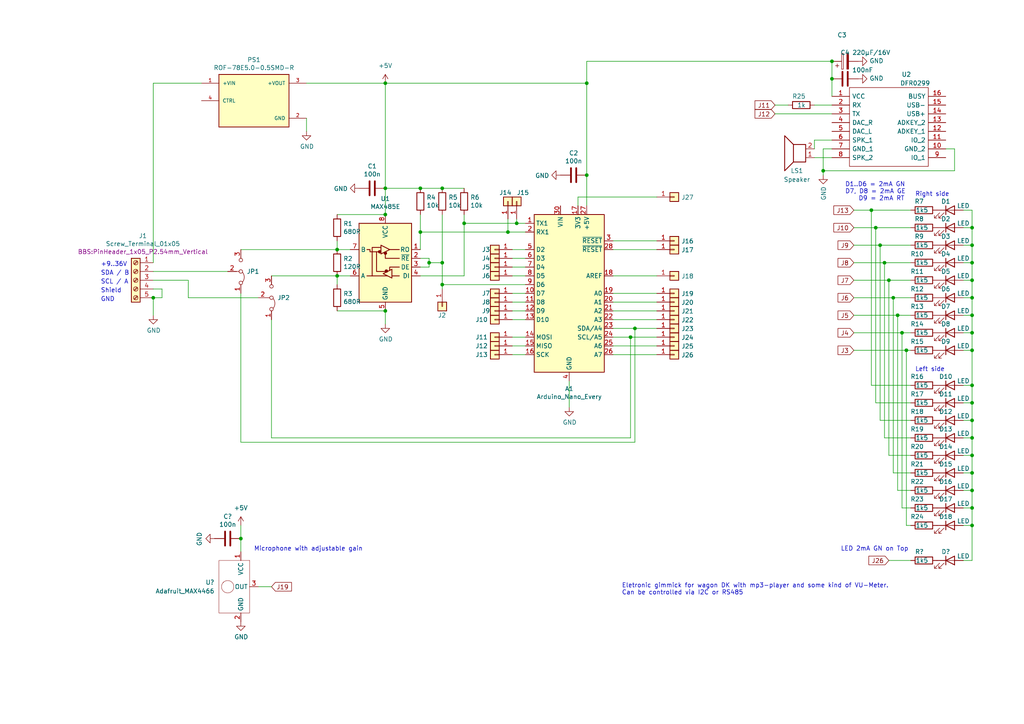
<source format=kicad_sch>
(kicad_sch (version 20211123) (generator eeschema)
  (paper "A4")
  (lib_symbols
    (symbol "BBS_TGHS:Adafruit_MAX4466"
      (property "Reference" "U" (at -7.62 5.08 0))
      (property "Value" "Adafruit_MAX4466" (at -10.16 -3.81 90))
      (symbol "Adafruit_MAX4466_0_1"
        (circle (center -7.62 -2.54) (radius 0.0001) (stroke (width 0.1016)))
        (circle (center -6.35 -3.81) (radius 1.7961) (stroke (width 0.1016)))
        (rectangle (start 0 3.81) (end -8.89 -11.43) (stroke (width 0.1016)))
        (rectangle (start 0 3.81) (end 0 3.81) (stroke (width 0.1016)))
        (rectangle (start 0 3.81) (end 0 3.81) (stroke (width 0.1016)))
      )
      (symbol "Adafruit_MAX4466_1_1"
        (pin power_in line (at -2.54 6.35 270) (length 2.54) (name "VCC") (number "1"))
        (pin power_in line (at -2.54 -13.97 90) (length 2.54) (name "GND") (number "2"))
        (pin output line (at 2.54 -3.81 180) (length 2.54) (name "OUT") (number "3"))
      )
    )
    (symbol "Connector:Screw_Terminal_01x05" (pin_names (offset 1.016) hide)
      (property "Reference" "J" (at 0 7.62 0))
      (property "Value" "Screw_Terminal_01x05" (at 0 -7.62 0))
      (symbol "Screw_Terminal_01x05_1_1"
        (rectangle (start -1.27 6.35) (end 1.27 -6.35) (stroke (width 0.254)) (fill (type background)))
        (circle (center 0 -5.08) (radius 0.635) (stroke (width 0.1524)))
        (circle (center 0 -2.54) (radius 0.635) (stroke (width 0.1524)))
        (polyline (pts (xy -0.5334 -4.7498) (xy 0.3302 -5.588)) (stroke (width 0.1524)))
        (polyline (pts (xy -0.5334 -2.2098) (xy 0.3302 -3.048)) (stroke (width 0.1524)))
        (polyline (pts (xy -0.5334 0.3302) (xy 0.3302 -0.508)) (stroke (width 0.1524)))
        (polyline (pts (xy -0.5334 2.8702) (xy 0.3302 2.032)) (stroke (width 0.1524)))
        (polyline (pts (xy -0.5334 5.4102) (xy 0.3302 4.572)) (stroke (width 0.1524)))
        (polyline (pts (xy -0.3556 -4.572) (xy 0.508 -5.4102)) (stroke (width 0.1524)))
        (polyline (pts (xy -0.3556 -2.032) (xy 0.508 -2.8702)) (stroke (width 0.1524)))
        (polyline (pts (xy -0.3556 0.508) (xy 0.508 -0.3302)) (stroke (width 0.1524)))
        (polyline (pts (xy -0.3556 3.048) (xy 0.508 2.2098)) (stroke (width 0.1524)))
        (polyline (pts (xy -0.3556 5.588) (xy 0.508 4.7498)) (stroke (width 0.1524)))
        (circle (center 0 0) (radius 0.635) (stroke (width 0.1524)))
        (circle (center 0 2.54) (radius 0.635) (stroke (width 0.1524)))
        (circle (center 0 5.08) (radius 0.635) (stroke (width 0.1524)))
        (pin passive line (at -5.08 5.08 0) (length 3.81) (name "Pin_1") (number "1"))
        (pin passive line (at -5.08 2.54 0) (length 3.81) (name "Pin_2") (number "2"))
        (pin passive line (at -5.08 0 0) (length 3.81) (name "Pin_3") (number "3"))
        (pin passive line (at -5.08 -2.54 0) (length 3.81) (name "Pin_4") (number "4"))
        (pin passive line (at -5.08 -5.08 0) (length 3.81) (name "Pin_5") (number "5"))
      )
    )
    (symbol "Connector_Generic:Conn_01x01" (pin_names (offset 1.016) hide)
      (property "Reference" "J" (at 0 2.54 0))
      (property "Value" "Conn_01x01" (at 0 -2.54 0))
      (symbol "Conn_01x01_1_1"
        (rectangle (start -1.27 0.127) (end 0 -0.127) (stroke (width 0.1524)))
        (rectangle (start -1.27 1.27) (end 1.27 -1.27) (stroke (width 0.254)) (fill (type background)))
        (pin passive line (at -5.08 0 0) (length 3.81) (name "Pin_1") (number "1"))
      )
    )
    (symbol "DFRobot:DFR0299" (pin_names (offset 0.762))
      (property "Reference" "U" (at 29.21 7.62 0))
      (property "Value" "DFR0299" (at 29.21 5.08 0))
      (symbol "DFR0299_0_0"
        (pin power_in line (at 0 0 0) (length 5.08) (name "VCC") (number "1"))
        (pin power_in line (at 33.02 -15.24 180) (length 5.08) (name "GND_2") (number "10"))
        (pin input line (at 33.02 -12.7 180) (length 5.08) (name "IO_2") (number "11"))
        (pin input line (at 33.02 -10.16 180) (length 5.08) (name "ADKEY_1") (number "12"))
        (pin input line (at 33.02 -7.62 180) (length 5.08) (name "ADKEY_2") (number "13"))
        (pin bidirectional line (at 33.02 -5.08 180) (length 5.08) (name "USB+") (number "14"))
        (pin bidirectional line (at 33.02 -2.54 180) (length 5.08) (name "USB-") (number "15"))
        (pin output line (at 33.02 0 180) (length 5.08) (name "BUSY") (number "16"))
        (pin input line (at 0 -2.54 0) (length 5.08) (name "RX") (number "2"))
        (pin output line (at 0 -5.08 0) (length 5.08) (name "TX") (number "3"))
        (pin output line (at 0 -7.62 0) (length 5.08) (name "DAC_R") (number "4"))
        (pin output line (at 0 -10.16 0) (length 5.08) (name "DAC_L") (number "5"))
        (pin output line (at 0 -12.7 0) (length 5.08) (name "SPK_1") (number "6"))
        (pin power_in line (at 0 -15.24 0) (length 5.08) (name "GND_1") (number "7"))
        (pin output line (at 0 -17.78 0) (length 5.08) (name "SPK_2") (number "8"))
        (pin input line (at 33.02 -17.78 180) (length 5.08) (name "IO_1") (number "9"))
      )
      (symbol "DFR0299_0_1"
        (polyline (pts (xy 5.08 2.54) (xy 27.94 2.54) (xy 27.94 -20.32) (xy 5.08 -20.32) (xy 5.08 2.54)) (stroke (width 0.1524)))
      )
    )
    (symbol "Device:C" (pin_numbers hide) (pin_names (offset 0.254))
      (property "Reference" "C" (at 0.635 2.54 0))
      (property "Value" "C" (at 0.635 -2.54 0))
      (symbol "C_0_1"
        (polyline (pts (xy -2.032 -0.762) (xy 2.032 -0.762)) (stroke (width 0.508)))
        (polyline (pts (xy -2.032 0.762) (xy 2.032 0.762)) (stroke (width 0.508)))
      )
      (symbol "C_1_1"
        (pin passive line (at 0 3.81 270) (length 2.794) (name "~") (number "1"))
        (pin passive line (at 0 -3.81 90) (length 2.794) (name "~") (number "2"))
      )
    )
    (symbol "Device:C_Polarized" (pin_numbers hide) (pin_names (offset 0.254))
      (property "Reference" "C" (at 0.635 2.54 0))
      (property "Value" "C_Polarized" (at 0.635 -2.54 0))
      (symbol "C_Polarized_0_1"
        (rectangle (start -2.286 0.508) (end 2.286 1.016))
        (polyline (pts (xy -1.778 2.286) (xy -0.762 2.286)))
        (polyline (pts (xy -1.27 2.794) (xy -1.27 1.778)))
        (rectangle (start 2.286 -0.508) (end -2.286 -1.016) (fill (type outline)))
      )
      (symbol "C_Polarized_1_1"
        (pin passive line (at 0 3.81 270) (length 2.794) (name "~") (number "1"))
        (pin passive line (at 0 -3.81 90) (length 2.794) (name "~") (number "2"))
      )
    )
    (symbol "Device:LED" (pin_numbers hide) (pin_names (offset 1.016) hide)
      (property "Reference" "D" (at 0 2.54 0))
      (property "Value" "LED" (at 0 -2.54 0))
      (symbol "LED_0_1"
        (polyline (pts (xy -1.27 -1.27) (xy -1.27 1.27)) (stroke (width 0.254)))
        (polyline (pts (xy -1.27 0) (xy 1.27 0)))
        (polyline (pts (xy 1.27 -1.27) (xy 1.27 1.27) (xy -1.27 0) (xy 1.27 -1.27)) (stroke (width 0.254)))
        (polyline (pts (xy -3.048 -0.762) (xy -4.572 -2.286) (xy -3.81 -2.286) (xy -4.572 -2.286) (xy -4.572 -1.524)))
        (polyline (pts (xy -1.778 -0.762) (xy -3.302 -2.286) (xy -2.54 -2.286) (xy -3.302 -2.286) (xy -3.302 -1.524)))
      )
      (symbol "LED_1_1"
        (pin passive line (at -3.81 0 0) (length 2.54) (name "K") (number "1"))
        (pin passive line (at 3.81 0 180) (length 2.54) (name "A") (number "2"))
      )
    )
    (symbol "Device:R" (pin_numbers hide) (pin_names (offset 0))
      (property "Reference" "R" (at 2.032 0 90))
      (property "Value" "R" (at 0 0 90))
      (symbol "R_0_1"
        (rectangle (start -1.016 -2.54) (end 1.016 2.54) (stroke (width 0.254)))
      )
      (symbol "R_1_1"
        (pin passive line (at 0 3.81 270) (length 1.27) (name "~") (number "1"))
        (pin passive line (at 0 -3.81 90) (length 1.27) (name "~") (number "2"))
      )
    )
    (symbol "Device:Speaker" (pin_names (offset 0) hide)
      (property "Reference" "LS" (at 1.27 5.715 0))
      (property "Value" "Speaker" (at 1.27 3.81 0))
      (symbol "Speaker_0_0"
        (rectangle (start -2.54 1.27) (end 1.016 -3.81) (stroke (width 0.254)))
        (polyline (pts (xy 1.016 1.27) (xy 3.556 3.81) (xy 3.556 -6.35) (xy 1.016 -3.81)) (stroke (width 0.254)))
      )
      (symbol "Speaker_1_1"
        (pin input line (at -5.08 0 0) (length 2.54) (name "1") (number "1"))
        (pin input line (at -5.08 -2.54 0) (length 2.54) (name "2") (number "2"))
      )
    )
    (symbol "Interface_UART:MAX485E"
      (property "Reference" "U" (at -6.096 11.43 0))
      (property "Value" "MAX485E" (at 0.762 11.43 0))
      (symbol "MAX485E_0_1"
        (rectangle (start -7.62 10.16) (end 7.62 -12.7) (stroke (width 0.254)) (fill (type background)))
        (circle (center -0.3048 -3.683) (radius 0.3556) (stroke (width 0.254)) (fill (type outline)))
        (circle (center -0.0254 1.4986) (radius 0.3556) (stroke (width 0.254)) (fill (type outline)))
        (polyline (pts (xy -4.064 -5.08) (xy -1.905 -5.08)) (stroke (width 0.254)))
        (polyline (pts (xy -4.064 2.54) (xy -1.27 2.54)) (stroke (width 0.254)))
        (polyline (pts (xy -1.27 -3.2004) (xy -1.27 -3.4544)) (stroke (width 0.254)))
        (polyline (pts (xy -0.635 -5.08) (xy 5.334 -5.08)) (stroke (width 0.254)))
        (polyline (pts (xy -4.064 -2.54) (xy -1.27 -2.54) (xy -1.27 -3.175)) (stroke (width 0.254)))
        (polyline (pts (xy 0 1.27) (xy 0 0) (xy -4.064 0)) (stroke (width 0.254)))
        (polyline (pts (xy 1.27 3.175) (xy 3.81 3.175) (xy 3.81 -5.08)) (stroke (width 0.254)))
        (polyline (pts (xy 2.54 1.905) (xy 2.54 -3.81) (xy 0 -3.81)) (stroke (width 0.254)))
        (polyline (pts (xy -1.905 -3.175) (xy -1.905 -5.715) (xy 0.635 -4.445) (xy -1.905 -3.175)) (stroke (width 0.254)))
        (polyline (pts (xy -1.27 2.54) (xy 1.27 3.81) (xy 1.27 1.27) (xy -1.27 2.54)) (stroke (width 0.254)))
        (polyline (pts (xy 1.905 1.905) (xy 4.445 1.905) (xy 4.445 2.54) (xy 5.334 2.54)) (stroke (width 0.254)))
        (rectangle (start 1.27 3.175) (end 1.27 3.175))
        (circle (center 1.651 1.905) (radius 0.3556) (stroke (width 0.254)) (fill (type outline)))
      )
      (symbol "MAX485E_1_1"
        (pin output line (at -10.16 2.54 0) (length 2.54) (name "RO") (number "1"))
        (pin input line (at -10.16 0 0) (length 2.54) (name "~{RE}") (number "2"))
        (pin input line (at -10.16 -2.54 0) (length 2.54) (name "DE") (number "3"))
        (pin input line (at -10.16 -5.08 0) (length 2.54) (name "DI") (number "4"))
        (pin power_in line (at 0 -15.24 90) (length 2.54) (name "GND") (number "5"))
        (pin bidirectional line (at 10.16 -5.08 180) (length 2.54) (name "A") (number "6"))
        (pin bidirectional line (at 10.16 2.54 180) (length 2.54) (name "B") (number "7"))
        (pin power_in line (at 0 12.7 270) (length 2.54) (name "VCC") (number "8"))
      )
    )
    (symbol "Jumper:Jumper_3_Bridged12" (pin_names (offset 0) hide)
      (property "Reference" "JP" (at -2.54 -2.54 0))
      (property "Value" "Jumper_3_Bridged12" (at 0 2.794 0))
      (symbol "Jumper_3_Bridged12_0_0"
        (circle (center -3.302 0) (radius 0.508))
        (circle (center 0 0) (radius 0.508))
        (circle (center 3.302 0) (radius 0.508))
      )
      (symbol "Jumper_3_Bridged12_0_1"
        (arc (start -0.254 0.508) (mid -1.651 0.9912) (end -3.048 0.508))
        (polyline (pts (xy 0 -1.27) (xy 0 -0.508)))
      )
      (symbol "Jumper_3_Bridged12_1_1"
        (pin passive line (at -6.35 0 0) (length 2.54) (name "A") (number "1"))
        (pin input line (at 0 -3.81 90) (length 2.54) (name "C") (number "2"))
        (pin passive line (at 6.35 0 180) (length 2.54) (name "B") (number "3"))
      )
    )
    (symbol "MCU_Module:Arduino_Nano_Every"
      (property "Reference" "A" (at -10.16 23.495 0))
      (property "Value" "Arduino_Nano_Every" (at 5.08 -24.13 0))
      (symbol "Arduino_Nano_Every_0_1"
        (rectangle (start -10.16 22.86) (end 10.16 -22.86) (stroke (width 0.254)) (fill (type background)))
      )
      (symbol "Arduino_Nano_Every_1_1"
        (pin bidirectional line (at -12.7 20.32 0) (length 2.54) (name "TX1") (number "1"))
        (pin bidirectional line (at -12.7 0 0) (length 2.54) (name "D7") (number "10"))
        (pin bidirectional line (at -12.7 -2.54 0) (length 2.54) (name "D8") (number "11"))
        (pin bidirectional line (at -12.7 -5.08 0) (length 2.54) (name "D9") (number "12"))
        (pin bidirectional line (at -12.7 -7.62 0) (length 2.54) (name "D10") (number "13"))
        (pin bidirectional line (at -12.7 -12.7 0) (length 2.54) (name "MOSI") (number "14"))
        (pin bidirectional line (at -12.7 -15.24 0) (length 2.54) (name "MISO") (number "15"))
        (pin bidirectional line (at -12.7 -17.78 0) (length 2.54) (name "SCK") (number "16"))
        (pin power_out line (at 2.54 25.4 270) (length 2.54) (name "3V3") (number "17"))
        (pin input line (at 12.7 5.08 180) (length 2.54) (name "AREF") (number "18"))
        (pin bidirectional line (at 12.7 0 180) (length 2.54) (name "A0") (number "19"))
        (pin bidirectional line (at -12.7 17.78 0) (length 2.54) (name "RX1") (number "2"))
        (pin bidirectional line (at 12.7 -2.54 180) (length 2.54) (name "A1") (number "20"))
        (pin bidirectional line (at 12.7 -5.08 180) (length 2.54) (name "A2") (number "21"))
        (pin bidirectional line (at 12.7 -7.62 180) (length 2.54) (name "A3") (number "22"))
        (pin bidirectional line (at 12.7 -10.16 180) (length 2.54) (name "SDA/A4") (number "23"))
        (pin bidirectional line (at 12.7 -12.7 180) (length 2.54) (name "SCL/A5") (number "24"))
        (pin bidirectional line (at 12.7 -15.24 180) (length 2.54) (name "A6") (number "25"))
        (pin bidirectional line (at 12.7 -17.78 180) (length 2.54) (name "A7") (number "26"))
        (pin power_out line (at 5.08 25.4 270) (length 2.54) (name "+5V") (number "27"))
        (pin input line (at 12.7 12.7 180) (length 2.54) (name "~{RESET}") (number "28"))
        (pin passive line (at 0 -25.4 90) (length 2.54) hide (name "GND") (number "29"))
        (pin input line (at 12.7 15.24 180) (length 2.54) (name "~{RESET}") (number "3"))
        (pin power_in line (at -2.54 25.4 270) (length 2.54) (name "VIN") (number "30"))
        (pin power_in line (at 0 -25.4 90) (length 2.54) (name "GND") (number "4"))
        (pin bidirectional line (at -12.7 12.7 0) (length 2.54) (name "D2") (number "5"))
        (pin bidirectional line (at -12.7 10.16 0) (length 2.54) (name "D3") (number "6"))
        (pin bidirectional line (at -12.7 7.62 0) (length 2.54) (name "D4") (number "7"))
        (pin bidirectional line (at -12.7 5.08 0) (length 2.54) (name "D5") (number "8"))
        (pin bidirectional line (at -12.7 2.54 0) (length 2.54) (name "D6") (number "9"))
      )
    )
    (symbol "ROF-78E5.0-0.5SMD-R:ROF-78E5.0-0.5SMD-R" (pin_names (offset 1.016))
      (property "Reference" "PS" (at -10.16 8.89 0))
      (property "Value" "ROF-78E5.0-0.5SMD-R" (at -10.16 -10.16 0))
      (symbol "ROF-78E5.0-0.5SMD-R_0_0"
        (rectangle (start -10.16 -7.62) (end 10.16 7.62) (stroke (width 0.254)) (fill (type background)))
        (pin input line (at -15.24 5.08 0) (length 5.08) (name "+VIN") (number "1"))
        (pin power_in line (at 15.24 -5.08 180) (length 5.08) (name "GND") (number "2"))
        (pin output line (at 15.24 5.08 180) (length 5.08) (name "+VOUT") (number "3"))
        (pin input line (at -15.24 0 0) (length 5.08) (name "CTRL") (number "4"))
      )
    )
    (symbol "power:+5V" (power) (pin_names (offset 0))
      (property "Value" "+5V" (at 0 3.556 0))
      (symbol "+5V_0_1"
        (polyline (pts (xy -0.762 1.27) (xy 0 2.54)))
        (polyline (pts (xy 0 0) (xy 0 2.54)))
        (polyline (pts (xy 0 2.54) (xy 0.762 1.27)))
      )
      (symbol "+5V_1_1"
        (pin power_in line (at 0 0 90) (length 0) hide (name "+5V") (number "1"))
      )
    )
    (symbol "power:GND" (power) (pin_names (offset 0))
      (property "Value" "GND" (at 0 -3.81 0))
      (symbol "GND_0_1"
        (polyline (pts (xy 0 0) (xy 0 -1.27) (xy 1.27 -1.27) (xy 0 -2.54) (xy -1.27 -1.27) (xy 0 -1.27)))
      )
      (symbol "GND_1_1"
        (pin power_in line (at 0 0 270) (length 0) hide (name "GND") (number "1"))
      )
    )
  )
  (junction (at 281.94 76.2))
  (junction (at 69.85 156.21))
  (junction (at 121.92 54.61))
  (junction (at 259.08 86.36))
  (junction (at 281.94 116.84))
  (junction (at 281.94 147.32))
  (junction (at 170.18 50.8))
  (junction (at 128.27 54.61))
  (junction (at 256.54 76.2))
  (junction (at 147.32 67.31))
  (junction (at 149.86 64.77))
  (junction (at 281.94 111.76))
  (junction (at 111.76 54.61))
  (junction (at 241.3 22.86))
  (junction (at 281.94 142.24))
  (junction (at 281.94 91.44))
  (junction (at 44.45 86.36))
  (junction (at 281.94 137.16))
  (junction (at 182.88 97.79))
  (junction (at 281.94 101.6))
  (junction (at 184.15 95.25))
  (junction (at 97.79 72.39))
  (junction (at 111.76 62.23))
  (junction (at 238.76 49.53))
  (junction (at 111.76 90.17))
  (junction (at 241.3 17.78))
  (junction (at 281.94 132.08))
  (junction (at 254 66.04))
  (junction (at 170.18 24.13))
  (junction (at 255.27 71.12))
  (junction (at 124.46 76.2))
  (junction (at 281.94 96.52))
  (junction (at 257.81 81.28))
  (junction (at 281.94 127))
  (junction (at 260.35 91.44))
  (junction (at 134.62 64.77))
  (junction (at 281.94 152.4))
  (junction (at 281.94 121.92))
  (junction (at 128.27 82.55))
  (junction (at 111.76 24.13))
  (junction (at 97.79 80.01))
  (junction (at 121.92 67.31))
  (junction (at 281.94 66.04))
  (junction (at 262.89 101.6))
  (junction (at 261.62 96.52))
  (junction (at 128.27 76.2))
  (junction (at 281.94 71.12))
  (junction (at 281.94 86.36))
  (junction (at 281.94 81.28))
  (junction (at 252.73 60.96))
  (wire (pts (xy 177.8 92.71) (xy 190.5 92.71)))
  (wire (pts (xy 281.94 111.76) (xy 281.94 116.84)))
  (wire (pts (xy 167.64 57.15) (xy 167.64 59.69)))
  (wire (pts (xy 148.59 85.09) (xy 152.4 85.09)))
  (wire (pts (xy 69.85 85.09) (xy 69.85 128.27)))
  (wire (pts (xy 281.94 86.36) (xy 281.94 91.44)))
  (wire (pts (xy 247.65 60.96) (xy 252.73 60.96)))
  (wire (pts (xy 238.76 49.53) (xy 238.76 43.18)))
  (wire (pts (xy 279.4 81.28) (xy 281.94 81.28)))
  (wire (pts (xy 97.79 80.01) (xy 97.79 82.55)))
  (wire (pts (xy 279.4 121.92) (xy 281.94 121.92)))
  (wire (pts (xy 279.4 116.84) (xy 281.94 116.84)))
  (wire (pts (xy 44.45 83.82) (xy 46.99 83.82)))
  (wire (pts (xy 170.18 17.78) (xy 170.18 24.13)))
  (wire (pts (xy 111.76 54.61) (xy 121.92 54.61)))
  (wire (pts (xy 247.65 66.04) (xy 254 66.04)))
  (wire (pts (xy 257.81 132.08) (xy 257.81 81.28)))
  (wire (pts (xy 121.92 67.31) (xy 147.32 67.31)))
  (wire (pts (xy 147.32 63.5) (xy 147.32 67.31)))
  (wire (pts (xy 264.16 111.76) (xy 252.73 111.76)))
  (wire (pts (xy 281.94 71.12) (xy 281.94 76.2)))
  (wire (pts (xy 44.45 86.36) (xy 44.45 91.44)))
  (wire (pts (xy 134.62 64.77) (xy 134.62 80.01)))
  (wire (pts (xy 261.62 96.52) (xy 247.65 96.52)))
  (wire (pts (xy 260.35 91.44) (xy 264.16 91.44)))
  (wire (pts (xy 148.59 87.63) (xy 152.4 87.63)))
  (wire (pts (xy 247.65 81.28) (xy 257.81 81.28)))
  (wire (pts (xy 177.8 87.63) (xy 190.5 87.63)))
  (wire (pts (xy 279.4 66.04) (xy 281.94 66.04)))
  (wire (pts (xy 224.79 33.02) (xy 241.3 33.02)))
  (wire (pts (xy 279.4 96.52) (xy 281.94 96.52)))
  (wire (pts (xy 238.76 50.8) (xy 238.76 49.53)))
  (wire (pts (xy 279.4 162.56) (xy 281.94 162.56)))
  (wire (pts (xy 260.35 142.24) (xy 260.35 91.44)))
  (wire (pts (xy 247.65 86.36) (xy 259.08 86.36)))
  (wire (pts (xy 279.4 71.12) (xy 281.94 71.12)))
  (wire (pts (xy 279.4 86.36) (xy 281.94 86.36)))
  (wire (pts (xy 184.15 95.25) (xy 190.5 95.25)))
  (wire (pts (xy 88.9 34.29) (xy 88.9 38.1)))
  (wire (pts (xy 97.79 62.23) (xy 111.76 62.23)))
  (wire (pts (xy 259.08 137.16) (xy 259.08 86.36)))
  (wire (pts (xy 88.9 24.13) (xy 111.76 24.13)))
  (wire (pts (xy 281.94 96.52) (xy 281.94 101.6)))
  (wire (pts (xy 236.22 43.18) (xy 236.22 40.64)))
  (wire (pts (xy 128.27 82.55) (xy 128.27 76.2)))
  (wire (pts (xy 281.94 137.16) (xy 281.94 142.24)))
  (wire (pts (xy 124.46 74.93) (xy 124.46 76.2)))
  (wire (pts (xy 279.4 132.08) (xy 281.94 132.08)))
  (wire (pts (xy 128.27 62.23) (xy 128.27 76.2)))
  (wire (pts (xy 281.94 121.92) (xy 281.94 127)))
  (wire (pts (xy 264.16 147.32) (xy 261.62 147.32)))
  (wire (pts (xy 148.59 80.01) (xy 152.4 80.01)))
  (wire (pts (xy 148.59 90.17) (xy 152.4 90.17)))
  (wire (pts (xy 184.15 95.25) (xy 184.15 128.27)))
  (wire (pts (xy 281.94 127) (xy 281.94 132.08)))
  (wire (pts (xy 261.62 147.32) (xy 261.62 96.52)))
  (wire (pts (xy 241.3 17.78) (xy 170.18 17.78)))
  (wire (pts (xy 257.81 81.28) (xy 264.16 81.28)))
  (wire (pts (xy 128.27 83.82) (xy 128.27 82.55)))
  (wire (pts (xy 148.59 72.39) (xy 152.4 72.39)))
  (wire (pts (xy 281.94 66.04) (xy 281.94 71.12)))
  (wire (pts (xy 177.8 69.85) (xy 190.5 69.85)))
  (wire (pts (xy 241.3 22.86) (xy 241.3 27.94)))
  (wire (pts (xy 44.45 81.28) (xy 54.61 81.28)))
  (wire (pts (xy 148.59 77.47) (xy 152.4 77.47)))
  (wire (pts (xy 255.27 121.92) (xy 255.27 71.12)))
  (wire (pts (xy 281.94 142.24) (xy 281.94 147.32)))
  (wire (pts (xy 177.8 97.79) (xy 182.88 97.79)))
  (wire (pts (xy 177.8 80.01) (xy 190.5 80.01)))
  (wire (pts (xy 78.74 92.71) (xy 78.74 127)))
  (wire (pts (xy 177.8 95.25) (xy 184.15 95.25)))
  (wire (pts (xy 111.76 24.13) (xy 111.76 54.61)))
  (wire (pts (xy 241.3 17.78) (xy 243.84 17.78)))
  (wire (pts (xy 54.61 86.36) (xy 74.93 86.36)))
  (wire (pts (xy 177.8 72.39) (xy 190.5 72.39)))
  (wire (pts (xy 264.16 116.84) (xy 254 116.84)))
  (wire (pts (xy 281.94 101.6) (xy 279.4 101.6)))
  (wire (pts (xy 276.86 49.53) (xy 276.86 43.18)))
  (wire (pts (xy 121.92 54.61) (xy 128.27 54.61)))
  (wire (pts (xy 78.74 80.01) (xy 97.79 80.01)))
  (wire (pts (xy 121.92 62.23) (xy 121.92 67.31)))
  (wire (pts (xy 101.6 80.01) (xy 97.79 80.01)))
  (wire (pts (xy 247.65 91.44) (xy 260.35 91.44)))
  (wire (pts (xy 281.94 147.32) (xy 281.94 152.4)))
  (wire (pts (xy 262.89 101.6) (xy 264.16 101.6)))
  (wire (pts (xy 69.85 72.39) (xy 97.79 72.39)))
  (wire (pts (xy 261.62 96.52) (xy 264.16 96.52)))
  (wire (pts (xy 148.59 97.79) (xy 152.4 97.79)))
  (wire (pts (xy 152.4 82.55) (xy 128.27 82.55)))
  (wire (pts (xy 121.92 74.93) (xy 124.46 74.93)))
  (wire (pts (xy 264.16 142.24) (xy 260.35 142.24)))
  (wire (pts (xy 279.4 147.32) (xy 281.94 147.32)))
  (wire (pts (xy 128.27 54.61) (xy 134.62 54.61)))
  (wire (pts (xy 259.08 86.36) (xy 264.16 86.36)))
  (wire (pts (xy 69.85 156.21) (xy 69.85 160.02)))
  (wire (pts (xy 281.94 91.44) (xy 281.94 96.52)))
  (wire (pts (xy 254 66.04) (xy 264.16 66.04)))
  (wire (pts (xy 149.86 64.77) (xy 134.62 64.77)))
  (wire (pts (xy 281.94 81.28) (xy 281.94 86.36)))
  (wire (pts (xy 252.73 111.76) (xy 252.73 60.96)))
  (wire (pts (xy 44.45 24.13) (xy 44.45 76.2)))
  (wire (pts (xy 274.32 43.18) (xy 276.86 43.18)))
  (wire (pts (xy 264.16 127) (xy 256.54 127)))
  (wire (pts (xy 97.79 72.39) (xy 101.6 72.39)))
  (wire (pts (xy 148.59 92.71) (xy 152.4 92.71)))
  (wire (pts (xy 224.79 30.48) (xy 228.6 30.48)))
  (wire (pts (xy 236.22 30.48) (xy 241.3 30.48)))
  (wire (pts (xy 170.18 24.13) (xy 170.18 50.8)))
  (wire (pts (xy 279.4 137.16) (xy 281.94 137.16)))
  (wire (pts (xy 170.18 50.8) (xy 170.18 59.69)))
  (wire (pts (xy 147.32 67.31) (xy 152.4 67.31)))
  (wire (pts (xy 279.4 142.24) (xy 281.94 142.24)))
  (wire (pts (xy 252.73 60.96) (xy 264.16 60.96)))
  (wire (pts (xy 124.46 77.47) (xy 121.92 77.47)))
  (wire (pts (xy 190.5 57.15) (xy 167.64 57.15)))
  (wire (pts (xy 279.4 60.96) (xy 281.94 60.96)))
  (wire (pts (xy 247.65 101.6) (xy 262.89 101.6)))
  (wire (pts (xy 78.74 127) (xy 182.88 127)))
  (wire (pts (xy 264.16 137.16) (xy 259.08 137.16)))
  (wire (pts (xy 134.62 62.23) (xy 134.62 64.77)))
  (wire (pts (xy 264.16 121.92) (xy 255.27 121.92)))
  (wire (pts (xy 279.4 76.2) (xy 281.94 76.2)))
  (wire (pts (xy 236.22 40.64) (xy 241.3 40.64)))
  (wire (pts (xy 44.45 24.13) (xy 58.42 24.13)))
  (wire (pts (xy 148.59 100.33) (xy 152.4 100.33)))
  (wire (pts (xy 281.94 60.96) (xy 281.94 66.04)))
  (wire (pts (xy 54.61 81.28) (xy 54.61 86.36)))
  (wire (pts (xy 279.4 127) (xy 281.94 127)))
  (wire (pts (xy 238.76 43.18) (xy 241.3 43.18)))
  (wire (pts (xy 97.79 69.85) (xy 97.79 72.39)))
  (wire (pts (xy 247.65 76.2) (xy 256.54 76.2)))
  (wire (pts (xy 256.54 127) (xy 256.54 76.2)))
  (wire (pts (xy 97.79 90.17) (xy 111.76 90.17)))
  (wire (pts (xy 111.76 90.17) (xy 111.76 93.98)))
  (wire (pts (xy 177.8 100.33) (xy 190.5 100.33)))
  (wire (pts (xy 281.94 76.2) (xy 281.94 81.28)))
  (wire (pts (xy 182.88 97.79) (xy 190.5 97.79)))
  (wire (pts (xy 121.92 67.31) (xy 121.92 72.39)))
  (wire (pts (xy 281.94 101.6) (xy 281.94 111.76)))
  (wire (pts (xy 152.4 64.77) (xy 149.86 64.77)))
  (wire (pts (xy 279.4 111.76) (xy 281.94 111.76)))
  (wire (pts (xy 111.76 24.13) (xy 170.18 24.13)))
  (wire (pts (xy 69.85 128.27) (xy 184.15 128.27)))
  (wire (pts (xy 264.16 132.08) (xy 257.81 132.08)))
  (wire (pts (xy 281.94 152.4) (xy 279.4 152.4)))
  (wire (pts (xy 177.8 90.17) (xy 190.5 90.17)))
  (wire (pts (xy 279.4 91.44) (xy 281.94 91.44)))
  (wire (pts (xy 238.76 49.53) (xy 276.86 49.53)))
  (wire (pts (xy 148.59 74.93) (xy 152.4 74.93)))
  (wire (pts (xy 165.1 110.49) (xy 165.1 118.11)))
  (wire (pts (xy 255.27 71.12) (xy 264.16 71.12)))
  (wire (pts (xy 134.62 80.01) (xy 121.92 80.01)))
  (wire (pts (xy 46.99 83.82) (xy 46.99 86.36)))
  (wire (pts (xy 262.89 152.4) (xy 262.89 101.6)))
  (wire (pts (xy 182.88 97.79) (xy 182.88 127)))
  (wire (pts (xy 281.94 152.4) (xy 281.94 162.56)))
  (wire (pts (xy 128.27 76.2) (xy 124.46 76.2)))
  (wire (pts (xy 247.65 71.12) (xy 255.27 71.12)))
  (wire (pts (xy 256.54 76.2) (xy 264.16 76.2)))
  (wire (pts (xy 149.86 63.5) (xy 149.86 64.77)))
  (wire (pts (xy 46.99 86.36) (xy 44.45 86.36)))
  (wire (pts (xy 74.93 170.18) (xy 78.74 170.18)))
  (wire (pts (xy 124.46 76.2) (xy 124.46 77.47)))
  (wire (pts (xy 281.94 132.08) (xy 281.94 137.16)))
  (wire (pts (xy 177.8 85.09) (xy 190.5 85.09)))
  (wire (pts (xy 69.85 152.4) (xy 69.85 156.21)))
  (wire (pts (xy 236.22 45.72) (xy 241.3 45.72)))
  (wire (pts (xy 111.76 54.61) (xy 111.76 62.23)))
  (wire (pts (xy 148.59 102.87) (xy 152.4 102.87)))
  (wire (pts (xy 264.16 152.4) (xy 262.89 152.4)))
  (wire (pts (xy 257.81 162.56) (xy 264.16 162.56)))
  (wire (pts (xy 281.94 116.84) (xy 281.94 121.92)))
  (wire (pts (xy 44.45 78.74) (xy 66.04 78.74)))
  (wire (pts (xy 254 116.84) (xy 254 66.04)))
  (wire (pts (xy 177.8 102.87) (xy 190.5 102.87)))
  (wire (pts (xy 241.3 17.78) (xy 241.3 22.86)))
  (text "+9..36V" (at 29.21 77.47 0) (effects (font (size 1.27 1.27)) (justify left bottom)))
  (text "LED 2mA GN on Top" (at 243.84 160.02 0) (effects (font (size 1.27 1.27)) (justify left bottom)))
  (text "Microphone with adjustable gain" (at 73.66 160.02 0) (effects (font (size 1.27 1.27)) (justify left bottom)))
  (text "Left side" (at 265.43 107.95 0) (effects (font (size 1.27 1.27)) (justify left bottom)))
  (text "Shield" (at 29.21 85.09 0) (effects (font (size 1.27 1.27)) (justify left bottom)))
  (text "SCL / A" (at 29.21 82.55 0) (effects (font (size 1.27 1.27)) (justify left bottom)))
  (text "Right side" (at 265.43 57.15 0) (effects (font (size 1.27 1.27)) (justify left bottom)))
  (text "Eletronic gimmick for wagon DK with mp3-player and some kind of VU-Meter.\nCan be controlled via I2C or RS485\n" (at 180.34 172.72 0) (effects (font (size 1.27 1.27)) (justify left bottom)))
  (text "SDA / B" (at 29.21 80.01 0) (effects (font (size 1.27 1.27)) (justify left bottom)))
  (text "D1..D6 = 2mA GN\nD7, D8 = 2mA GE\n    D9 = 2mA RT" (at 245.11 58.42 0) (effects (font (size 1.27 1.27)) (justify left bottom)))
  (text "GND" (at 29.21 87.63 0) (effects (font (size 1.27 1.27)) (justify left bottom)))
  (global_label "J8" (shape input) (at 247.65 76.2 180) (property "Intersheet References" "${INTERSHEET_REFS}" (effects hide)))
  (global_label "J3" (shape input) (at 247.65 101.6 180) (property "Intersheet References" "${INTERSHEET_REFS}" (effects hide)))
  (global_label "J12" (shape input) (at 224.79 33.02 180) (property "Intersheet References" "${INTERSHEET_REFS}" (effects hide)))
  (global_label "J5" (shape input) (at 247.65 91.44 180) (property "Intersheet References" "${INTERSHEET_REFS}" (effects hide)))
  (global_label "J7" (shape input) (at 247.65 81.28 180) (property "Intersheet References" "${INTERSHEET_REFS}" (effects hide)))
  (global_label "J9" (shape input) (at 247.65 71.12 180) (property "Intersheet References" "${INTERSHEET_REFS}" (effects hide)))
  (global_label "J13" (shape input) (at 247.65 60.96 180) (property "Intersheet References" "${INTERSHEET_REFS}" (effects hide)))
  (global_label "J6" (shape input) (at 247.65 86.36 180) (property "Intersheet References" "${INTERSHEET_REFS}" (effects hide)))
  (global_label "J4" (shape input) (at 247.65 96.52 180) (property "Intersheet References" "${INTERSHEET_REFS}" (effects hide)))
  (global_label "J19" (shape input) (at 78.74 170.18 0) (property "Intersheet References" "${INTERSHEET_REFS}" (effects hide)))
  (global_label "J26" (shape input) (at 257.81 162.56 180) (property "Intersheet References" "${INTERSHEET_REFS}" (effects hide)))
  (global_label "J10" (shape input) (at 247.65 66.04 180) (property "Intersheet References" "${INTERSHEET_REFS}" (effects hide)))
  (global_label "J11" (shape input) (at 224.79 30.48 180) (property "Intersheet References" "${INTERSHEET_REFS}" (effects hide)))
  (symbol (lib_id "MCU_Module:Arduino_Nano_Every") (at 165.1 85.09 0) (unit 1)
    (property "Reference" "A1" (at 165.1 112.7506 0))
    (property "Value" "Arduino_Nano_Every" (at 165.1 115.062 0))
    (property "Footprint" "BBS:Arduino_Nano_WithMountingHoles" (effects hide))
    (property "Datasheet" "https://content.arduino.cc/assets/NANOEveryV3.0_sch.pdf" (effects hide))
  )
  (symbol (lib_id "Interface_UART:MAX485E") (at 111.76 74.93 0) (mirror y) (unit 1)
    (property "Reference" "U1" (at 111.76 57.6326 0))
    (property "Value" "MAX485E" (at 111.76 59.944 0))
    (property "Footprint" "Package_DIP:DIP-8_W7.62mm_LongPads" (effects hide))
    (property "Datasheet" "https://datasheets.maximintegrated.com/en/ds/MAX1487E-MAX491E.pdf" (effects hide))
  )
  (symbol (lib_id "Device:R") (at 121.92 58.42 0) (unit 1)
    (property "Reference" "R4" (at 123.698 57.2516 0) (effects (justify left)))
    (property "Value" "10k" (at 123.698 59.563 0) (effects (justify left)))
    (property "Footprint" "BBS:R_7.5" (effects hide))
  )
  (symbol (lib_id "Device:R") (at 128.27 58.42 0) (unit 1)
    (property "Reference" "R5" (at 130.048 57.2516 0) (effects (justify left)))
    (property "Value" "10k" (at 130.048 59.563 0) (effects (justify left)))
    (property "Footprint" "BBS:R_7.5" (effects hide))
  )
  (symbol (lib_id "Device:R") (at 134.62 58.42 0) (unit 1)
    (property "Reference" "R6" (at 136.398 57.2516 0) (effects (justify left)))
    (property "Value" "10k" (at 136.398 59.563 0) (effects (justify left)))
    (property "Footprint" "BBS:R_7.5" (effects hide))
  )
  (symbol (lib_id "Device:R") (at 97.79 66.04 0) (unit 1)
    (property "Reference" "R1" (at 99.568 64.8716 0) (effects (justify left)))
    (property "Value" "680R" (at 99.568 67.183 0) (effects (justify left)))
    (property "Footprint" "BBS:R_7.5" (effects hide))
  )
  (symbol (lib_id "Device:R") (at 97.79 76.2 0) (unit 1)
    (property "Reference" "R2" (at 99.568 75.0316 0) (effects (justify left)))
    (property "Value" "120R" (at 99.568 77.343 0) (effects (justify left)))
    (property "Footprint" "BBS:R_7.5" (effects hide))
  )
  (symbol (lib_id "Device:R") (at 97.79 86.36 0) (unit 1)
    (property "Reference" "R3" (at 99.568 85.1916 0) (effects (justify left)))
    (property "Value" "680R" (at 99.568 87.503 0) (effects (justify left)))
    (property "Footprint" "BBS:R_7.5" (effects hide))
  )
  (symbol (lib_id "ROF-78E5.0-0.5SMD-R:ROF-78E5.0-0.5SMD-R") (at 73.66 29.21 0) (unit 1)
    (property "Reference" "PS1" (at 73.66 17.3482 0))
    (property "Value" "ROF-78E5.0-0.5SMD-R" (at 73.66 19.6596 0))
    (property "Footprint" "BBS:CONV_ROF-78E5.0-0.5SMD-R" (effects hide))
    (property "PARTREV" "4" (effects hide))
    (property "MAXIMUM_PACKAGE_HEIGHT" "4.00mm" (effects hide))
    (property "MANUFACTURER" "RECOM" (effects hide))
    (property "STANDARD" "Manufacturer Recommendations" (effects hide))
  )
  (symbol (lib_id "Connector:Screw_Terminal_01x05") (at 39.37 81.28 0) (mirror y) (unit 1)
    (property "Reference" "J1" (at 41.4528 68.4022 0))
    (property "Value" "Screw_Terminal_01x05" (at 41.4528 70.7136 0))
    (property "Footprint" "BBS:PinHeader_1x05_P2.54mm_Vertical" (at 41.4528 73.025 0))
  )
  (symbol (lib_id "Device:C") (at 107.95 54.61 270) (unit 1)
    (property "Reference" "C1" (at 107.95 48.2092 90))
    (property "Value" "100n" (at 107.95 50.5206 90))
    (property "Footprint" "BBS:C_Rect_L7.0mm_W2.0mm_P5.00mm" (effects hide))
  )
  (symbol (lib_id "power:GND") (at 111.76 93.98 0) (unit 1)
    (property "Reference" "#PWR0101" (effects hide))
    (property "Value" "GND" (at 111.887 98.3742 0))
  )
  (symbol (lib_id "power:GND") (at 104.14 54.61 270) (unit 1)
    (property "Reference" "#PWR0102" (effects hide))
    (property "Value" "GND" (at 100.8888 54.737 90) (effects (justify right)))
  )
  (symbol (lib_id "power:GND") (at 44.45 91.44 0) (unit 1)
    (property "Reference" "#PWR0103" (effects hide))
    (property "Value" "GND" (at 44.577 95.8342 0))
  )
  (symbol (lib_id "power:GND") (at 88.9 38.1 0) (unit 1)
    (property "Reference" "#PWR0104" (effects hide))
    (property "Value" "GND" (at 89.027 42.4942 0))
  )
  (symbol (lib_id "Device:C") (at 166.37 50.8 90) (unit 1)
    (property "Reference" "C2" (at 166.37 44.3992 90))
    (property "Value" "100n" (at 166.37 46.7106 90))
    (property "Footprint" "BBS:C_Rect_L7.0mm_W2.0mm_P5.00mm" (effects hide))
  )
  (symbol (lib_id "power:GND") (at 162.56 50.8 270) (unit 1)
    (property "Reference" "#PWR0105" (effects hide))
    (property "Value" "GND" (at 159.3088 50.927 90) (effects (justify right)))
  )
  (symbol (lib_id "power:GND") (at 165.1 118.11 0) (unit 1)
    (property "Reference" "#PWR0106" (effects hide))
    (property "Value" "GND" (at 165.227 122.5042 0))
  )
  (symbol (lib_id "Jumper:Jumper_3_Bridged12") (at 69.85 78.74 270) (mirror x) (unit 1)
    (property "Reference" "JP1" (at 71.5518 78.74 90) (effects (justify left)))
    (property "Value" "Jumper_3_Bridged12" (effects hide))
    (property "Footprint" "BBS:PinHeader_1x03_P2.54mm_Vertical" (effects hide))
  )
  (symbol (lib_id "Jumper:Jumper_3_Bridged12") (at 78.74 86.36 270) (mirror x) (unit 1)
    (property "Reference" "JP2" (at 80.4418 86.36 90) (effects (justify left)))
    (property "Value" "Jumper_3_Bridged12" (effects hide))
    (property "Footprint" "BBS:PinHeader_1x03_P2.54mm_Vertical" (effects hide))
  )
  (symbol (lib_id "Connector_Generic:Conn_01x01") (at 195.58 69.85 0) (unit 1)
    (property "Reference" "J16" (at 197.612 69.9516 0) (effects (justify left)))
    (property "Value" "Conn_01x01" (effects hide))
    (property "Footprint" "BBS:TestPoint_THTPad_1.5x1.5mm_Drill0.7mm" (effects hide))
  )
  (symbol (lib_id "Connector_Generic:Conn_01x01") (at 195.58 72.39 0) (unit 1)
    (property "Reference" "J17" (at 197.612 72.4916 0) (effects (justify left)))
    (property "Value" "Conn_01x01" (effects hide))
    (property "Footprint" "BBS:TestPoint_THTPad_1.5x1.5mm_Drill0.7mm" (effects hide))
  )
  (symbol (lib_id "Connector_Generic:Conn_01x01") (at 195.58 80.01 0) (unit 1)
    (property "Reference" "J18" (at 197.612 80.1116 0) (effects (justify left)))
    (property "Value" "Conn_01x01" (effects hide))
    (property "Footprint" "BBS:TestPoint_THTPad_1.5x1.5mm_Drill0.7mm" (effects hide))
  )
  (symbol (lib_id "Connector_Generic:Conn_01x01") (at 195.58 85.09 0) (unit 1)
    (property "Reference" "J19" (at 197.612 85.1916 0) (effects (justify left)))
    (property "Value" "Conn_01x01" (effects hide))
    (property "Footprint" "BBS:TestPoint_THTPad_1.5x1.5mm_Drill0.7mm" (effects hide))
  )
  (symbol (lib_id "Connector_Generic:Conn_01x01") (at 195.58 87.63 0) (unit 1)
    (property "Reference" "J20" (at 197.612 87.7316 0) (effects (justify left)))
    (property "Value" "Conn_01x01" (effects hide))
    (property "Footprint" "BBS:TestPoint_THTPad_1.5x1.5mm_Drill0.7mm" (effects hide))
  )
  (symbol (lib_id "Connector_Generic:Conn_01x01") (at 195.58 90.17 0) (unit 1)
    (property "Reference" "J21" (at 197.612 90.2716 0) (effects (justify left)))
    (property "Value" "Conn_01x01" (effects hide))
    (property "Footprint" "BBS:TestPoint_THTPad_1.5x1.5mm_Drill0.7mm" (effects hide))
  )
  (symbol (lib_id "Connector_Generic:Conn_01x01") (at 195.58 92.71 0) (unit 1)
    (property "Reference" "J22" (at 197.612 92.8116 0) (effects (justify left)))
    (property "Value" "Conn_01x01" (effects hide))
    (property "Footprint" "BBS:TestPoint_THTPad_1.5x1.5mm_Drill0.7mm" (effects hide))
  )
  (symbol (lib_id "Connector_Generic:Conn_01x01") (at 195.58 95.25 0) (unit 1)
    (property "Reference" "J23" (at 197.612 95.3516 0) (effects (justify left)))
    (property "Value" "Conn_01x01" (effects hide))
    (property "Footprint" "BBS:TestPoint_THTPad_1.5x1.5mm_Drill0.7mm" (effects hide))
  )
  (symbol (lib_id "Connector_Generic:Conn_01x01") (at 195.58 97.79 0) (unit 1)
    (property "Reference" "J24" (at 197.612 97.8916 0) (effects (justify left)))
    (property "Value" "Conn_01x01" (effects hide))
    (property "Footprint" "BBS:TestPoint_THTPad_1.5x1.5mm_Drill0.7mm" (effects hide))
  )
  (symbol (lib_id "Connector_Generic:Conn_01x01") (at 195.58 100.33 0) (unit 1)
    (property "Reference" "J25" (at 197.612 100.4316 0) (effects (justify left)))
    (property "Value" "Conn_01x01" (effects hide))
    (property "Footprint" "BBS:TestPoint_THTPad_1.5x1.5mm_Drill0.7mm" (effects hide))
  )
  (symbol (lib_id "Connector_Generic:Conn_01x01") (at 195.58 102.87 0) (unit 1)
    (property "Reference" "J26" (at 197.612 102.9716 0) (effects (justify left)))
    (property "Value" "Conn_01x01" (effects hide))
    (property "Footprint" "BBS:TestPoint_THTPad_1.5x1.5mm_Drill0.7mm" (effects hide))
  )
  (symbol (lib_id "Connector_Generic:Conn_01x01") (at 143.51 97.79 180) (unit 1)
    (property "Reference" "J11" (at 139.7 97.79 0))
    (property "Value" "Conn_01x01" (effects hide))
    (property "Footprint" "BBS:TestPoint_THTPad_1.5x1.5mm_Drill0.7mm" (effects hide))
  )
  (symbol (lib_id "Connector_Generic:Conn_01x01") (at 143.51 100.33 180) (unit 1)
    (property "Reference" "J12" (at 139.7 100.33 0))
    (property "Value" "Conn_01x01" (effects hide))
    (property "Footprint" "BBS:TestPoint_THTPad_1.5x1.5mm_Drill0.7mm" (effects hide))
  )
  (symbol (lib_id "Connector_Generic:Conn_01x01") (at 143.51 102.87 180) (unit 1)
    (property "Reference" "J13" (at 139.7 102.87 0))
    (property "Value" "Conn_01x01" (effects hide))
    (property "Footprint" "BBS:TestPoint_THTPad_1.5x1.5mm_Drill0.7mm" (effects hide))
  )
  (symbol (lib_id "Connector_Generic:Conn_01x01") (at 143.51 92.71 180) (unit 1)
    (property "Reference" "J10" (at 139.7 92.71 0))
    (property "Value" "Conn_01x01" (effects hide))
    (property "Footprint" "BBS:TestPoint_THTPad_1.5x1.5mm_Drill0.7mm" (effects hide))
  )
  (symbol (lib_id "Connector_Generic:Conn_01x01") (at 143.51 90.17 180) (unit 1)
    (property "Reference" "J9" (at 140.97 90.17 0))
    (property "Value" "Conn_01x01" (effects hide))
    (property "Footprint" "BBS:TestPoint_THTPad_1.5x1.5mm_Drill0.7mm" (effects hide))
  )
  (symbol (lib_id "Connector_Generic:Conn_01x01") (at 143.51 87.63 180) (unit 1)
    (property "Reference" "J8" (at 140.97 87.63 0))
    (property "Value" "Conn_01x01" (effects hide))
    (property "Footprint" "BBS:TestPoint_THTPad_1.5x1.5mm_Drill0.7mm" (effects hide))
  )
  (symbol (lib_id "Connector_Generic:Conn_01x01") (at 143.51 85.09 180) (unit 1)
    (property "Reference" "J7" (at 140.97 85.09 0))
    (property "Value" "Conn_01x01" (effects hide))
    (property "Footprint" "BBS:TestPoint_THTPad_1.5x1.5mm_Drill0.7mm" (effects hide))
  )
  (symbol (lib_id "Connector_Generic:Conn_01x01") (at 143.51 80.01 180) (unit 1)
    (property "Reference" "J6" (at 140.97 80.01 0))
    (property "Value" "Conn_01x01" (effects hide))
    (property "Footprint" "BBS:TestPoint_THTPad_1.5x1.5mm_Drill0.7mm" (effects hide))
  )
  (symbol (lib_id "Connector_Generic:Conn_01x01") (at 143.51 77.47 180) (unit 1)
    (property "Reference" "J5" (at 140.97 77.47 0))
    (property "Value" "Conn_01x01" (effects hide))
    (property "Footprint" "BBS:TestPoint_THTPad_1.5x1.5mm_Drill0.7mm" (effects hide))
  )
  (symbol (lib_id "Connector_Generic:Conn_01x01") (at 143.51 74.93 180) (unit 1)
    (property "Reference" "J4" (at 140.97 74.93 0))
    (property "Value" "Conn_01x01" (effects hide))
    (property "Footprint" "BBS:TestPoint_THTPad_1.5x1.5mm_Drill0.7mm" (effects hide))
  )
  (symbol (lib_id "Connector_Generic:Conn_01x01") (at 143.51 72.39 180) (unit 1)
    (property "Reference" "J3" (at 140.97 72.39 0))
    (property "Value" "Conn_01x01" (effects hide))
    (property "Footprint" "BBS:TestPoint_THTPad_1.5x1.5mm_Drill0.7mm" (effects hide))
  )
  (symbol (lib_id "Connector_Generic:Conn_01x01") (at 149.86 58.42 90) (unit 1)
    (property "Reference" "J15" (at 149.86 55.88 90) (effects (justify right)))
    (property "Value" "Conn_01x01" (effects hide))
    (property "Footprint" "BBS:TestPoint_THTPad_1.5x1.5mm_Drill0.7mm" (effects hide))
  )
  (symbol (lib_id "Connector_Generic:Conn_01x01") (at 147.32 58.42 90) (unit 1)
    (property "Reference" "J14" (at 144.78 55.88 90) (effects (justify right)))
    (property "Value" "Conn_01x01" (effects hide))
    (property "Footprint" "BBS:TestPoint_THTPad_1.5x1.5mm_Drill0.7mm" (effects hide))
  )
  (symbol (lib_id "Connector_Generic:Conn_01x01") (at 128.27 88.9 270) (unit 1)
    (property "Reference" "J2" (at 127 91.44 90) (effects (justify left)))
    (property "Value" "Conn_01x01" (effects hide))
    (property "Footprint" "BBS:TestPoint_THTPad_1.5x1.5mm_Drill0.7mm" (effects hide))
  )
  (symbol (lib_id "Connector_Generic:Conn_01x01") (at 195.58 57.15 0) (unit 1)
    (property "Reference" "J27" (at 197.612 57.2516 0) (effects (justify left)))
    (property "Value" "Conn_01x01" (effects hide))
    (property "Footprint" "BBS:TestPoint_THTPad_1.5x1.5mm_Drill0.7mm" (effects hide))
  )
  (symbol (lib_id "Device:R") (at 267.97 137.16 90) (unit 1)
    (property "Reference" "R21" (at 267.97 134.62 90) (effects (justify left)))
    (property "Value" "1k5" (at 269.24 137.16 90) (effects (justify left)))
    (property "Footprint" "BBS:R_7.5" (effects hide))
  )
  (symbol (lib_id "Device:R") (at 267.97 86.36 90) (unit 1)
    (property "Reference" "R12" (at 267.97 83.82 90) (effects (justify left)))
    (property "Value" "1k5" (at 269.24 86.36 90) (effects (justify left)))
    (property "Footprint" "BBS:R_7.5" (effects hide))
  )
  (symbol (lib_id "Device:LED") (at 275.59 142.24 0) (unit 1)
    (property "Reference" "D16" (at 274.32 139.7 0))
    (property "Value" "LED" (at 279.4 140.97 0))
  )
  (symbol (lib_id "Device:R") (at 267.97 127 90) (unit 1)
    (property "Reference" "R19" (at 267.97 124.46 90) (effects (justify left)))
    (property "Value" "1k5" (at 269.24 127 90) (effects (justify left)))
    (property "Footprint" "BBS:R_7.5" (effects hide))
  )
  (symbol (lib_id "Device:LED") (at 275.59 162.56 0) (unit 1)
    (property "Reference" "D?" (at 274.32 160.02 0))
    (property "Value" "LED" (at 279.4 161.29 0))
  )
  (symbol (lib_id "Device:C") (at 66.04 156.21 90) (unit 1)
    (property "Reference" "C?" (at 66.04 149.8092 90))
    (property "Value" "100n" (at 66.04 152.1206 90))
    (property "Footprint" "BBS:C_Rect_L7.0mm_W2.0mm_P5.00mm" (effects hide))
  )
  (symbol (lib_id "Device:LED") (at 275.59 121.92 0) (unit 1)
    (property "Reference" "D12" (at 274.32 119.38 0))
    (property "Value" "LED" (at 279.4 120.65 0))
  )
  (symbol (lib_id "Device:R") (at 267.97 91.44 90) (unit 1)
    (property "Reference" "R13" (at 267.97 88.9 90) (effects (justify left)))
    (property "Value" "1k5" (at 269.24 91.44 90) (effects (justify left)))
    (property "Footprint" "BBS:R_7.5" (effects hide))
  )
  (symbol (lib_id "Device:R") (at 267.97 101.6 90) (unit 1)
    (property "Reference" "R15" (at 267.97 99.06 90) (effects (justify left)))
    (property "Value" "1k5" (at 269.24 101.6 90) (effects (justify left)))
    (property "Footprint" "BBS:R_7.5" (effects hide))
  )
  (symbol (lib_id "Device:LED") (at 275.59 81.28 0) (unit 1)
    (property "Reference" "D5" (at 274.32 78.74 0))
    (property "Value" "LED" (at 279.4 80.01 0))
  )
  (symbol (lib_id "Device:R") (at 267.97 66.04 90) (unit 1)
    (property "Reference" "R8" (at 267.97 63.5 90) (effects (justify left)))
    (property "Value" "1k5" (at 269.24 66.04 90) (effects (justify left)))
    (property "Footprint" "BBS:R_7.5" (effects hide))
  )
  (symbol (lib_id "BBS_TGHS:Adafruit_MAX4466") (at 72.39 166.37 0) (unit 1)
    (property "Reference" "U?" (at 62.23 168.9099 0) (effects (justify right)))
    (property "Value" "Adafruit_MAX4466" (at 62.23 171.4499 0) (effects (justify right)))
    (property "Footprint" "Connector_PinHeader_2.54mm:PinHeader_1x03_P2.54mm_Vertical" (effects hide))
    (property "Datasheet" "https://www.adafruit.com/product/1063" (effects hide))
  )
  (symbol (lib_id "Device:R") (at 267.97 152.4 90) (unit 1)
    (property "Reference" "R24" (at 267.97 149.86 90) (effects (justify left)))
    (property "Value" "1k5" (at 269.24 152.4 90) (effects (justify left)))
    (property "Footprint" "BBS:R_7.5" (effects hide))
  )
  (symbol (lib_id "Device:R") (at 267.97 132.08 90) (unit 1)
    (property "Reference" "R20" (at 267.97 129.54 90) (effects (justify left)))
    (property "Value" "1k5" (at 269.24 132.08 90) (effects (justify left)))
    (property "Footprint" "BBS:R_7.5" (effects hide))
  )
  (symbol (lib_id "power:+5V") (at 69.85 152.4 0) (unit 1)
    (property "Reference" "#PWR?" (effects hide))
    (property "Value" "+5V" (at 69.85 147.32 0))
  )
  (symbol (lib_id "power:+5V") (at 111.76 24.13 0) (unit 1)
    (property "Reference" "#PWR?" (effects hide))
    (property "Value" "+5V" (at 111.76 19.05 0))
  )
  (symbol (lib_id "Device:R") (at 267.97 147.32 90) (unit 1)
    (property "Reference" "R23" (at 267.97 144.78 90) (effects (justify left)))
    (property "Value" "1k5" (at 269.24 147.32 90) (effects (justify left)))
    (property "Footprint" "BBS:R_7.5" (effects hide))
  )
  (symbol (lib_id "Device:LED") (at 275.59 60.96 0) (unit 1)
    (property "Reference" "D1" (at 274.32 58.42 0))
    (property "Value" "LED" (at 279.4 59.69 0))
  )
  (symbol (lib_id "Device:LED") (at 275.59 127 0) (unit 1)
    (property "Reference" "D13" (at 274.32 124.46 0))
    (property "Value" "LED" (at 279.4 125.73 0))
  )
  (symbol (lib_id "Device:LED") (at 275.59 111.76 0) (unit 1)
    (property "Reference" "D10" (at 274.32 109.22 0))
    (property "Value" "LED" (at 279.4 110.49 0))
  )
  (symbol (lib_id "Device:LED") (at 275.59 86.36 0) (unit 1)
    (property "Reference" "D6" (at 274.32 83.82 0))
    (property "Value" "LED" (at 279.4 85.09 0))
  )
  (symbol (lib_id "Device:LED") (at 275.59 76.2 0) (unit 1)
    (property "Reference" "D4" (at 274.32 73.66 0))
    (property "Value" "LED" (at 279.4 74.93 0))
  )
  (symbol (lib_id "power:GND") (at 238.76 50.8 0) (unit 1)
    (property "Reference" "#PWR01" (effects hide))
    (property "Value" "GND" (at 238.887 54.0512 90) (effects (justify right)))
  )
  (symbol (lib_id "Device:LED") (at 275.59 147.32 0) (unit 1)
    (property "Reference" "D17" (at 274.32 144.78 0))
    (property "Value" "LED" (at 279.4 146.05 0))
  )
  (symbol (lib_id "Device:LED") (at 275.59 71.12 0) (unit 1)
    (property "Reference" "D3" (at 274.32 68.58 0))
    (property "Value" "LED" (at 279.4 69.85 0))
  )
  (symbol (lib_id "Device:LED") (at 275.59 132.08 0) (unit 1)
    (property "Reference" "D14" (at 274.32 129.54 0))
    (property "Value" "LED" (at 279.4 130.81 0))
  )
  (symbol (lib_id "Device:R") (at 267.97 96.52 90) (unit 1)
    (property "Reference" "R14" (at 267.97 93.98 90) (effects (justify left)))
    (property "Value" "1k5" (at 269.24 96.52 90) (effects (justify left)))
    (property "Footprint" "BBS:R_7.5" (effects hide))
  )
  (symbol (lib_id "Device:R") (at 267.97 111.76 90) (unit 1)
    (property "Reference" "R16" (at 267.97 109.22 90) (effects (justify left)))
    (property "Value" "1k5" (at 269.24 111.76 90) (effects (justify left)))
    (property "Footprint" "BBS:R_7.5" (effects hide))
  )
  (symbol (lib_id "Device:LED") (at 275.59 152.4 0) (unit 1)
    (property "Reference" "D18" (at 274.32 149.86 0))
    (property "Value" "LED" (at 279.4 151.13 0))
  )
  (symbol (lib_id "Device:R") (at 267.97 162.56 90) (unit 1)
    (property "Reference" "R?" (at 267.97 160.02 90) (effects (justify left)))
    (property "Value" "1k5" (at 269.24 162.56 90) (effects (justify left)))
    (property "Footprint" "BBS:R_7.5" (effects hide))
  )
  (symbol (lib_id "Device:R") (at 267.97 142.24 90) (unit 1)
    (property "Reference" "R22" (at 267.97 139.7 90) (effects (justify left)))
    (property "Value" "1k5" (at 269.24 142.24 90) (effects (justify left)))
    (property "Footprint" "BBS:R_7.5" (effects hide))
  )
  (symbol (lib_id "power:GND") (at 248.92 22.86 90) (unit 1)
    (property "Reference" "#PWR03" (effects hide))
    (property "Value" "GND" (at 252.1712 22.733 90) (effects (justify right)))
  )
  (symbol (lib_id "Device:R") (at 267.97 81.28 90) (unit 1)
    (property "Reference" "R11" (at 267.97 78.74 90) (effects (justify left)))
    (property "Value" "1k5" (at 269.24 81.28 90) (effects (justify left)))
    (property "Footprint" "BBS:R_7.5" (effects hide))
  )
  (symbol (lib_id "Device:LED") (at 275.59 101.6 0) (unit 1)
    (property "Reference" "D9" (at 274.32 99.06 0))
    (property "Value" "LED" (at 279.4 100.33 0))
  )
  (symbol (lib_id "Device:Speaker") (at 231.14 45.72 180) (unit 1)
    (property "Reference" "LS1" (at 231.14 49.53 0))
    (property "Value" "Speaker" (at 231.14 52.07 0))
  )
  (symbol (lib_id "power:GND") (at 62.23 156.21 270) (unit 1)
    (property "Reference" "#PWR?" (effects hide))
    (property "Value" "GND" (at 57.8358 156.337 0))
  )
  (symbol (lib_id "Device:R") (at 267.97 60.96 90) (unit 1)
    (property "Reference" "R7" (at 267.97 58.42 90) (effects (justify left)))
    (property "Value" "1k5" (at 269.24 60.96 90) (effects (justify left)))
    (property "Footprint" "BBS:R_7.5" (effects hide))
  )
  (symbol (lib_id "Device:C") (at 245.11 22.86 90) (unit 1)
    (property "Reference" "C4" (at 245.11 15.24 90))
    (property "Value" "100nF" (at 250.19 20.32 90))
  )
  (symbol (lib_id "Device:LED") (at 275.59 66.04 0) (unit 1)
    (property "Reference" "D2" (at 274.32 63.5 0))
    (property "Value" "LED" (at 279.4 64.77 0))
  )
  (symbol (lib_id "power:GND") (at 248.92 17.78 90) (unit 1)
    (property "Reference" "#PWR02" (effects hide))
    (property "Value" "GND" (at 252.1712 17.653 90) (effects (justify right)))
  )
  (symbol (lib_id "Device:LED") (at 275.59 96.52 0) (unit 1)
    (property "Reference" "D8" (at 274.32 93.98 0))
    (property "Value" "LED" (at 279.4 95.25 0))
  )
  (symbol (lib_id "Device:LED") (at 275.59 116.84 0) (unit 1)
    (property "Reference" "D11" (at 274.32 114.3 0))
    (property "Value" "LED" (at 279.4 115.57 0))
  )
  (symbol (lib_id "Device:R") (at 232.41 30.48 90) (unit 1)
    (property "Reference" "R25" (at 233.68 27.94 90) (effects (justify left)))
    (property "Value" "1k" (at 233.68 30.48 90) (effects (justify left)))
    (property "Footprint" "BBS:R_7.5" (effects hide))
  )
  (symbol (lib_id "DFRobot:DFR0299") (at 241.3 27.94 0) (unit 1)
    (property "Reference" "U2" (at 262.89 21.59 0))
    (property "Value" "DFR0299" (at 265.43 24.13 0))
    (property "Footprint" "DIPS1778W50P254L2100H170Q16N" (effects hide))
    (property "Datasheet" "https://github.com/Arduinolibrary/DFPlayer_Mini_mp3/raw/master/DFPlayer%20Mini%20Manual.pdf" (effects hide))
    (property "Description" "DFRobot Accessories DFPlayer" (effects hide))
    (property "Height" "1.7" (effects hide))
    (property "Manufacturer_Name" "DFRobot" (effects hide))
    (property "Manufacturer_Part_Number" "DFR0299" (effects hide))
    (property "Mouser Part Number" "426-DFR0299" (effects hide))
    (property "Mouser Price/Stock" "https://www.mouser.co.uk/ProductDetail/DFRobot/DFR0299?qs=Zcin8yvlhnPSNhqM2hweWw%3D%3D" (effects hide))
    (property "Arrow Part Number" "DFR0299" (effects hide))
    (property "Arrow Price/Stock" "https://www.arrow.com/en/products/dfr0299/dfrobot?region=nac" (effects hide))
  )
  (symbol (lib_id "Device:R") (at 267.97 121.92 90) (unit 1)
    (property "Reference" "R18" (at 267.97 119.38 90) (effects (justify left)))
    (property "Value" "1k5" (at 269.24 121.92 90) (effects (justify left)))
    (property "Footprint" "BBS:R_7.5" (effects hide))
  )
  (symbol (lib_id "Device:R") (at 267.97 116.84 90) (unit 1)
    (property "Reference" "R17" (at 267.97 114.3 90) (effects (justify left)))
    (property "Value" "1k5" (at 269.24 116.84 90) (effects (justify left)))
    (property "Footprint" "BBS:R_7.5" (effects hide))
  )
  (symbol (lib_id "Device:LED") (at 275.59 137.16 0) (unit 1)
    (property "Reference" "D15" (at 274.32 134.62 0))
    (property "Value" "LED" (at 279.4 135.89 0))
  )
  (symbol (lib_id "Device:R") (at 267.97 71.12 90) (unit 1)
    (property "Reference" "R9" (at 267.97 68.58 90) (effects (justify left)))
    (property "Value" "1k5" (at 269.24 71.12 90) (effects (justify left)))
    (property "Footprint" "BBS:R_7.5" (effects hide))
  )
  (symbol (lib_id "Device:C_Polarized") (at 245.11 17.78 90) (unit 1)
    (property "Reference" "C3" (at 244.221 10.16 90))
    (property "Value" "220µF/16V" (at 252.73 15.24 90))
  )
  (symbol (lib_id "power:GND") (at 69.85 180.34 0) (unit 1)
    (property "Reference" "#PWR?" (effects hide))
    (property "Value" "GND" (at 69.977 184.7342 0))
  )
  (symbol (lib_id "Device:R") (at 267.97 76.2 90) (unit 1)
    (property "Reference" "R10" (at 267.97 73.66 90) (effects (justify left)))
    (property "Value" "1k5" (at 269.24 76.2 90) (effects (justify left)))
    (property "Footprint" "BBS:R_7.5" (effects hide))
  )
  (symbol (lib_id "Device:LED") (at 275.59 91.44 0) (unit 1)
    (property "Reference" "D7" (at 274.32 88.9 0))
    (property "Value" "LED" (at 279.4 90.17 0))
  )
)
</source>
